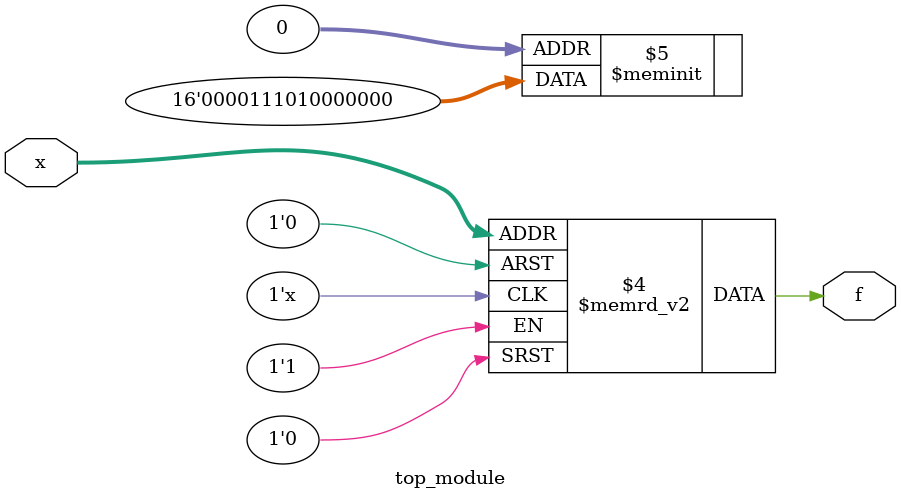
<source format=sv>
module top_module (
    input [4:1] x,
    output logic f
);

always_comb begin
    case (x)
        4'b0000, 4'b0011, 4'b1100, 4'b1111: f = 1'b0;
        4'b0101: f = 1'b0;
        4'b0111, 4'b1001: f = 1'b1;
        4'b1010, 4'b1011: f = 1'b1;
        default: f = 1'b0; // Don't care condition
    endcase
end

endmodule

</source>
